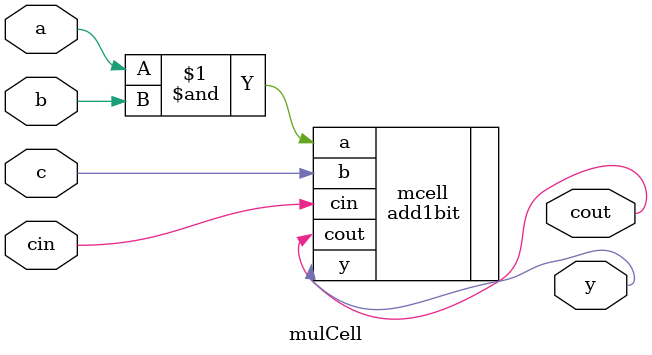
<source format=sv>
module mulCell(
    input logic a, b, c, cin,
    output logic y, cout
);
    add1bit mcell (.a(a & b),
                  .b(c),
                  .y(y),
                  .cin(cin),
                  .cout(cout)
                 );

endmodule

</source>
